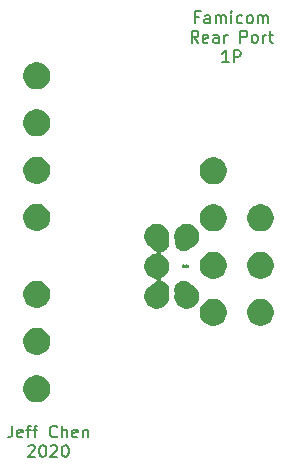
<source format=gts>
G04 #@! TF.GenerationSoftware,KiCad,Pcbnew,(5.1.5-0-10_14)*
G04 #@! TF.CreationDate,2020-11-03T15:19:47-05:00*
G04 #@! TF.ProjectId,FC_Rear_Port_1P,46435f52-6561-4725-9f50-6f72745f3150,rev?*
G04 #@! TF.SameCoordinates,Original*
G04 #@! TF.FileFunction,Soldermask,Top*
G04 #@! TF.FilePolarity,Negative*
%FSLAX46Y46*%
G04 Gerber Fmt 4.6, Leading zero omitted, Abs format (unit mm)*
G04 Created by KiCad (PCBNEW (5.1.5-0-10_14)) date 2020-11-03 15:19:47*
%MOMM*%
%LPD*%
G04 APERTURE LIST*
%ADD10C,0.150000*%
%ADD11C,0.100000*%
G04 APERTURE END LIST*
D10*
X143448471Y-114354860D02*
X143448471Y-115069146D01*
X143400852Y-115212003D01*
X143305614Y-115307241D01*
X143162757Y-115354860D01*
X143067519Y-115354860D01*
X144305614Y-115307241D02*
X144210376Y-115354860D01*
X144019900Y-115354860D01*
X143924661Y-115307241D01*
X143877042Y-115212003D01*
X143877042Y-114831051D01*
X143924661Y-114735813D01*
X144019900Y-114688194D01*
X144210376Y-114688194D01*
X144305614Y-114735813D01*
X144353233Y-114831051D01*
X144353233Y-114926289D01*
X143877042Y-115021527D01*
X144638947Y-114688194D02*
X145019900Y-114688194D01*
X144781804Y-115354860D02*
X144781804Y-114497718D01*
X144829423Y-114402480D01*
X144924661Y-114354860D01*
X145019900Y-114354860D01*
X145210376Y-114688194D02*
X145591328Y-114688194D01*
X145353233Y-115354860D02*
X145353233Y-114497718D01*
X145400852Y-114402480D01*
X145496090Y-114354860D01*
X145591328Y-114354860D01*
X147257995Y-115259622D02*
X147210376Y-115307241D01*
X147067519Y-115354860D01*
X146972280Y-115354860D01*
X146829423Y-115307241D01*
X146734185Y-115212003D01*
X146686566Y-115116765D01*
X146638947Y-114926289D01*
X146638947Y-114783432D01*
X146686566Y-114592956D01*
X146734185Y-114497718D01*
X146829423Y-114402480D01*
X146972280Y-114354860D01*
X147067519Y-114354860D01*
X147210376Y-114402480D01*
X147257995Y-114450099D01*
X147686566Y-115354860D02*
X147686566Y-114354860D01*
X148115138Y-115354860D02*
X148115138Y-114831051D01*
X148067519Y-114735813D01*
X147972280Y-114688194D01*
X147829423Y-114688194D01*
X147734185Y-114735813D01*
X147686566Y-114783432D01*
X148972280Y-115307241D02*
X148877042Y-115354860D01*
X148686566Y-115354860D01*
X148591328Y-115307241D01*
X148543709Y-115212003D01*
X148543709Y-114831051D01*
X148591328Y-114735813D01*
X148686566Y-114688194D01*
X148877042Y-114688194D01*
X148972280Y-114735813D01*
X149019900Y-114831051D01*
X149019900Y-114926289D01*
X148543709Y-115021527D01*
X149448471Y-114688194D02*
X149448471Y-115354860D01*
X149448471Y-114783432D02*
X149496090Y-114735813D01*
X149591328Y-114688194D01*
X149734185Y-114688194D01*
X149829423Y-114735813D01*
X149877042Y-114831051D01*
X149877042Y-115354860D01*
X144805614Y-116100099D02*
X144853233Y-116052480D01*
X144948471Y-116004860D01*
X145186566Y-116004860D01*
X145281804Y-116052480D01*
X145329423Y-116100099D01*
X145377042Y-116195337D01*
X145377042Y-116290575D01*
X145329423Y-116433432D01*
X144757995Y-117004860D01*
X145377042Y-117004860D01*
X145996090Y-116004860D02*
X146091328Y-116004860D01*
X146186566Y-116052480D01*
X146234185Y-116100099D01*
X146281804Y-116195337D01*
X146329423Y-116385813D01*
X146329423Y-116623908D01*
X146281804Y-116814384D01*
X146234185Y-116909622D01*
X146186566Y-116957241D01*
X146091328Y-117004860D01*
X145996090Y-117004860D01*
X145900852Y-116957241D01*
X145853233Y-116909622D01*
X145805614Y-116814384D01*
X145757995Y-116623908D01*
X145757995Y-116385813D01*
X145805614Y-116195337D01*
X145853233Y-116100099D01*
X145900852Y-116052480D01*
X145996090Y-116004860D01*
X146710376Y-116100099D02*
X146757995Y-116052480D01*
X146853233Y-116004860D01*
X147091328Y-116004860D01*
X147186566Y-116052480D01*
X147234185Y-116100099D01*
X147281804Y-116195337D01*
X147281804Y-116290575D01*
X147234185Y-116433432D01*
X146662757Y-117004860D01*
X147281804Y-117004860D01*
X147900852Y-116004860D02*
X147996090Y-116004860D01*
X148091328Y-116052480D01*
X148138947Y-116100099D01*
X148186566Y-116195337D01*
X148234185Y-116385813D01*
X148234185Y-116623908D01*
X148186566Y-116814384D01*
X148138947Y-116909622D01*
X148091328Y-116957241D01*
X147996090Y-117004860D01*
X147900852Y-117004860D01*
X147805614Y-116957241D01*
X147757995Y-116909622D01*
X147710376Y-116814384D01*
X147662757Y-116623908D01*
X147662757Y-116385813D01*
X147710376Y-116195337D01*
X147757995Y-116100099D01*
X147805614Y-116052480D01*
X147900852Y-116004860D01*
X159259615Y-79759231D02*
X158926281Y-79759231D01*
X158926281Y-80283040D02*
X158926281Y-79283040D01*
X159402472Y-79283040D01*
X160211996Y-80283040D02*
X160211996Y-79759231D01*
X160164377Y-79663993D01*
X160069139Y-79616374D01*
X159878662Y-79616374D01*
X159783424Y-79663993D01*
X160211996Y-80235421D02*
X160116758Y-80283040D01*
X159878662Y-80283040D01*
X159783424Y-80235421D01*
X159735805Y-80140183D01*
X159735805Y-80044945D01*
X159783424Y-79949707D01*
X159878662Y-79902088D01*
X160116758Y-79902088D01*
X160211996Y-79854469D01*
X160688186Y-80283040D02*
X160688186Y-79616374D01*
X160688186Y-79711612D02*
X160735805Y-79663993D01*
X160831043Y-79616374D01*
X160973900Y-79616374D01*
X161069139Y-79663993D01*
X161116758Y-79759231D01*
X161116758Y-80283040D01*
X161116758Y-79759231D02*
X161164377Y-79663993D01*
X161259615Y-79616374D01*
X161402472Y-79616374D01*
X161497710Y-79663993D01*
X161545329Y-79759231D01*
X161545329Y-80283040D01*
X162021520Y-80283040D02*
X162021520Y-79616374D01*
X162021520Y-79283040D02*
X161973900Y-79330660D01*
X162021520Y-79378279D01*
X162069139Y-79330660D01*
X162021520Y-79283040D01*
X162021520Y-79378279D01*
X162926281Y-80235421D02*
X162831043Y-80283040D01*
X162640567Y-80283040D01*
X162545329Y-80235421D01*
X162497710Y-80187802D01*
X162450091Y-80092564D01*
X162450091Y-79806850D01*
X162497710Y-79711612D01*
X162545329Y-79663993D01*
X162640567Y-79616374D01*
X162831043Y-79616374D01*
X162926281Y-79663993D01*
X163497710Y-80283040D02*
X163402472Y-80235421D01*
X163354853Y-80187802D01*
X163307234Y-80092564D01*
X163307234Y-79806850D01*
X163354853Y-79711612D01*
X163402472Y-79663993D01*
X163497710Y-79616374D01*
X163640567Y-79616374D01*
X163735805Y-79663993D01*
X163783424Y-79711612D01*
X163831043Y-79806850D01*
X163831043Y-80092564D01*
X163783424Y-80187802D01*
X163735805Y-80235421D01*
X163640567Y-80283040D01*
X163497710Y-80283040D01*
X164259615Y-80283040D02*
X164259615Y-79616374D01*
X164259615Y-79711612D02*
X164307234Y-79663993D01*
X164402472Y-79616374D01*
X164545329Y-79616374D01*
X164640567Y-79663993D01*
X164688186Y-79759231D01*
X164688186Y-80283040D01*
X164688186Y-79759231D02*
X164735805Y-79663993D01*
X164831043Y-79616374D01*
X164973900Y-79616374D01*
X165069139Y-79663993D01*
X165116758Y-79759231D01*
X165116758Y-80283040D01*
X159211996Y-81933040D02*
X158878662Y-81456850D01*
X158640567Y-81933040D02*
X158640567Y-80933040D01*
X159021520Y-80933040D01*
X159116758Y-80980660D01*
X159164377Y-81028279D01*
X159211996Y-81123517D01*
X159211996Y-81266374D01*
X159164377Y-81361612D01*
X159116758Y-81409231D01*
X159021520Y-81456850D01*
X158640567Y-81456850D01*
X160021520Y-81885421D02*
X159926281Y-81933040D01*
X159735805Y-81933040D01*
X159640567Y-81885421D01*
X159592948Y-81790183D01*
X159592948Y-81409231D01*
X159640567Y-81313993D01*
X159735805Y-81266374D01*
X159926281Y-81266374D01*
X160021520Y-81313993D01*
X160069139Y-81409231D01*
X160069139Y-81504469D01*
X159592948Y-81599707D01*
X160926281Y-81933040D02*
X160926281Y-81409231D01*
X160878662Y-81313993D01*
X160783424Y-81266374D01*
X160592948Y-81266374D01*
X160497710Y-81313993D01*
X160926281Y-81885421D02*
X160831043Y-81933040D01*
X160592948Y-81933040D01*
X160497710Y-81885421D01*
X160450091Y-81790183D01*
X160450091Y-81694945D01*
X160497710Y-81599707D01*
X160592948Y-81552088D01*
X160831043Y-81552088D01*
X160926281Y-81504469D01*
X161402472Y-81933040D02*
X161402472Y-81266374D01*
X161402472Y-81456850D02*
X161450091Y-81361612D01*
X161497710Y-81313993D01*
X161592948Y-81266374D01*
X161688186Y-81266374D01*
X162783424Y-81933040D02*
X162783424Y-80933040D01*
X163164377Y-80933040D01*
X163259615Y-80980660D01*
X163307234Y-81028279D01*
X163354853Y-81123517D01*
X163354853Y-81266374D01*
X163307234Y-81361612D01*
X163259615Y-81409231D01*
X163164377Y-81456850D01*
X162783424Y-81456850D01*
X163926281Y-81933040D02*
X163831043Y-81885421D01*
X163783424Y-81837802D01*
X163735805Y-81742564D01*
X163735805Y-81456850D01*
X163783424Y-81361612D01*
X163831043Y-81313993D01*
X163926281Y-81266374D01*
X164069139Y-81266374D01*
X164164377Y-81313993D01*
X164211996Y-81361612D01*
X164259615Y-81456850D01*
X164259615Y-81742564D01*
X164211996Y-81837802D01*
X164164377Y-81885421D01*
X164069139Y-81933040D01*
X163926281Y-81933040D01*
X164688186Y-81933040D02*
X164688186Y-81266374D01*
X164688186Y-81456850D02*
X164735805Y-81361612D01*
X164783424Y-81313993D01*
X164878662Y-81266374D01*
X164973900Y-81266374D01*
X165164377Y-81266374D02*
X165545329Y-81266374D01*
X165307234Y-80933040D02*
X165307234Y-81790183D01*
X165354853Y-81885421D01*
X165450091Y-81933040D01*
X165545329Y-81933040D01*
X161807234Y-83583040D02*
X161235805Y-83583040D01*
X161521520Y-83583040D02*
X161521520Y-82583040D01*
X161426281Y-82725898D01*
X161331043Y-82821136D01*
X161235805Y-82868755D01*
X162235805Y-83583040D02*
X162235805Y-82583040D01*
X162616758Y-82583040D01*
X162711996Y-82630660D01*
X162759615Y-82678279D01*
X162807234Y-82773517D01*
X162807234Y-82916374D01*
X162759615Y-83011612D01*
X162711996Y-83059231D01*
X162616758Y-83106850D01*
X162235805Y-83106850D01*
D11*
G36*
X145872817Y-110122847D02*
G01*
X146080465Y-110208858D01*
X146267345Y-110333727D01*
X146426273Y-110492655D01*
X146551142Y-110679535D01*
X146637153Y-110887183D01*
X146681000Y-111107620D01*
X146681000Y-111332380D01*
X146637153Y-111552817D01*
X146551142Y-111760465D01*
X146426273Y-111947345D01*
X146267345Y-112106273D01*
X146080465Y-112231142D01*
X145872817Y-112317153D01*
X145652380Y-112361000D01*
X145427620Y-112361000D01*
X145207183Y-112317153D01*
X144999535Y-112231142D01*
X144812655Y-112106273D01*
X144653727Y-111947345D01*
X144528858Y-111760465D01*
X144442847Y-111552817D01*
X144399000Y-111332380D01*
X144399000Y-111107620D01*
X144442847Y-110887183D01*
X144528858Y-110679535D01*
X144653727Y-110492655D01*
X144812655Y-110333727D01*
X144999535Y-110208858D01*
X145207183Y-110122847D01*
X145427620Y-110079000D01*
X145652380Y-110079000D01*
X145872817Y-110122847D01*
G37*
G36*
X145872817Y-106122847D02*
G01*
X146080465Y-106208858D01*
X146267345Y-106333727D01*
X146426273Y-106492655D01*
X146551142Y-106679535D01*
X146637153Y-106887183D01*
X146681000Y-107107620D01*
X146681000Y-107332380D01*
X146637153Y-107552817D01*
X146551142Y-107760465D01*
X146426273Y-107947345D01*
X146267345Y-108106273D01*
X146080465Y-108231142D01*
X145872817Y-108317153D01*
X145652380Y-108361000D01*
X145427620Y-108361000D01*
X145207183Y-108317153D01*
X144999535Y-108231142D01*
X144812655Y-108106273D01*
X144653727Y-107947345D01*
X144528858Y-107760465D01*
X144442847Y-107552817D01*
X144399000Y-107332380D01*
X144399000Y-107107620D01*
X144442847Y-106887183D01*
X144528858Y-106679535D01*
X144653727Y-106492655D01*
X144812655Y-106333727D01*
X144999535Y-106208858D01*
X145207183Y-106122847D01*
X145427620Y-106079000D01*
X145652380Y-106079000D01*
X145872817Y-106122847D01*
G37*
G36*
X164812817Y-103672847D02*
G01*
X165020465Y-103758858D01*
X165207345Y-103883727D01*
X165366273Y-104042655D01*
X165491142Y-104229535D01*
X165577153Y-104437183D01*
X165621000Y-104657620D01*
X165621000Y-104882380D01*
X165577153Y-105102817D01*
X165491142Y-105310465D01*
X165366273Y-105497345D01*
X165207345Y-105656273D01*
X165020465Y-105781142D01*
X164812817Y-105867153D01*
X164592380Y-105911000D01*
X164367620Y-105911000D01*
X164147183Y-105867153D01*
X163939535Y-105781142D01*
X163752655Y-105656273D01*
X163593727Y-105497345D01*
X163468858Y-105310465D01*
X163382847Y-105102817D01*
X163339000Y-104882380D01*
X163339000Y-104657620D01*
X163382847Y-104437183D01*
X163468858Y-104229535D01*
X163593727Y-104042655D01*
X163752655Y-103883727D01*
X163939535Y-103758858D01*
X164147183Y-103672847D01*
X164367620Y-103629000D01*
X164592380Y-103629000D01*
X164812817Y-103672847D01*
G37*
G36*
X160812817Y-103672847D02*
G01*
X161020465Y-103758858D01*
X161207345Y-103883727D01*
X161366273Y-104042655D01*
X161491142Y-104229535D01*
X161577153Y-104437183D01*
X161621000Y-104657620D01*
X161621000Y-104882380D01*
X161577153Y-105102817D01*
X161491142Y-105310465D01*
X161366273Y-105497345D01*
X161207345Y-105656273D01*
X161020465Y-105781142D01*
X160812817Y-105867153D01*
X160592380Y-105911000D01*
X160367620Y-105911000D01*
X160147183Y-105867153D01*
X159939535Y-105781142D01*
X159752655Y-105656273D01*
X159593727Y-105497345D01*
X159468858Y-105310465D01*
X159382847Y-105102817D01*
X159339000Y-104882380D01*
X159339000Y-104657620D01*
X159382847Y-104437183D01*
X159468858Y-104229535D01*
X159593727Y-104042655D01*
X159752655Y-103883727D01*
X159939535Y-103758858D01*
X160147183Y-103672847D01*
X160367620Y-103629000D01*
X160592380Y-103629000D01*
X160812817Y-103672847D01*
G37*
G36*
X158203642Y-102099781D02*
G01*
X158338130Y-102155488D01*
X158349416Y-102160163D01*
X158480608Y-102247822D01*
X158592178Y-102359392D01*
X158618904Y-102399390D01*
X158625519Y-102409291D01*
X158641064Y-102428233D01*
X158660006Y-102443778D01*
X158681618Y-102455330D01*
X158737832Y-102478614D01*
X158737835Y-102478616D01*
X158909973Y-102593635D01*
X159056365Y-102740027D01*
X159154692Y-102887183D01*
X159171385Y-102912167D01*
X159250611Y-103103436D01*
X159291000Y-103306484D01*
X159291000Y-103513516D01*
X159250611Y-103716564D01*
X159232426Y-103760466D01*
X159171384Y-103907835D01*
X159056365Y-104079973D01*
X158909973Y-104226365D01*
X158737835Y-104341384D01*
X158737834Y-104341385D01*
X158737833Y-104341385D01*
X158546564Y-104420611D01*
X158343516Y-104461000D01*
X158136484Y-104461000D01*
X157933436Y-104420611D01*
X157742167Y-104341385D01*
X157742166Y-104341385D01*
X157742165Y-104341384D01*
X157570027Y-104226365D01*
X157423635Y-104079973D01*
X157308616Y-103907835D01*
X157247574Y-103760466D01*
X157229389Y-103716564D01*
X157189000Y-103513516D01*
X157189000Y-103306484D01*
X157212358Y-103189055D01*
X157214760Y-103164669D01*
X157212358Y-103140283D01*
X157205245Y-103116835D01*
X157199782Y-103103645D01*
X157169000Y-102948893D01*
X157169000Y-102791107D01*
X157199781Y-102636358D01*
X157260162Y-102490586D01*
X157301824Y-102428234D01*
X157347822Y-102359392D01*
X157459392Y-102247822D01*
X157590584Y-102160163D01*
X157601870Y-102155488D01*
X157736358Y-102099781D01*
X157891107Y-102069000D01*
X158048893Y-102069000D01*
X158203642Y-102099781D01*
G37*
G36*
X156006564Y-97319389D02*
G01*
X156197833Y-97398615D01*
X156197835Y-97398616D01*
X156369973Y-97513635D01*
X156516365Y-97660027D01*
X156621353Y-97817152D01*
X156631385Y-97832167D01*
X156710611Y-98023436D01*
X156751000Y-98226484D01*
X156751000Y-98433516D01*
X156727642Y-98550945D01*
X156725240Y-98575331D01*
X156727642Y-98599717D01*
X156734755Y-98623165D01*
X156740218Y-98636355D01*
X156771000Y-98791107D01*
X156771000Y-98948893D01*
X156740219Y-99103642D01*
X156699457Y-99202049D01*
X156679837Y-99249416D01*
X156592178Y-99380608D01*
X156480608Y-99492178D01*
X156349416Y-99579837D01*
X156349415Y-99579838D01*
X156349414Y-99579838D01*
X156203642Y-99640219D01*
X156117186Y-99657416D01*
X156093737Y-99664529D01*
X156072127Y-99676080D01*
X156053185Y-99691625D01*
X156037639Y-99710567D01*
X156026088Y-99732178D01*
X156018975Y-99755627D01*
X156016573Y-99780013D01*
X156018975Y-99804399D01*
X156026088Y-99827848D01*
X156037639Y-99849458D01*
X156053184Y-99868400D01*
X156072126Y-99883946D01*
X156093737Y-99895497D01*
X156197833Y-99938615D01*
X156197835Y-99938616D01*
X156353540Y-100042655D01*
X156369973Y-100053635D01*
X156516365Y-100200027D01*
X156631385Y-100372167D01*
X156714239Y-100572195D01*
X156715874Y-100577584D01*
X156740219Y-100636358D01*
X156771000Y-100791107D01*
X156771000Y-100948893D01*
X156740219Y-101103642D01*
X156715874Y-101162416D01*
X156714239Y-101167805D01*
X156655147Y-101310466D01*
X156631384Y-101367835D01*
X156516365Y-101539973D01*
X156369973Y-101686365D01*
X156197835Y-101801384D01*
X156197834Y-101801385D01*
X156197833Y-101801385D01*
X156093737Y-101844503D01*
X156072126Y-101856054D01*
X156053184Y-101871599D01*
X156037639Y-101890541D01*
X156026088Y-101912152D01*
X156018975Y-101935601D01*
X156016573Y-101959987D01*
X156018975Y-101984373D01*
X156026088Y-102007822D01*
X156037639Y-102029433D01*
X156053184Y-102048375D01*
X156072126Y-102063920D01*
X156093737Y-102075471D01*
X156117186Y-102082584D01*
X156203642Y-102099781D01*
X156338130Y-102155488D01*
X156349416Y-102160163D01*
X156480608Y-102247822D01*
X156592178Y-102359392D01*
X156638176Y-102428234D01*
X156679838Y-102490586D01*
X156740219Y-102636358D01*
X156771000Y-102791107D01*
X156771000Y-102948893D01*
X156740218Y-103103645D01*
X156734755Y-103116835D01*
X156727642Y-103140284D01*
X156725240Y-103164670D01*
X156727642Y-103189055D01*
X156751000Y-103306484D01*
X156751000Y-103513516D01*
X156710611Y-103716564D01*
X156692426Y-103760466D01*
X156631384Y-103907835D01*
X156516365Y-104079973D01*
X156369973Y-104226365D01*
X156197835Y-104341384D01*
X156197834Y-104341385D01*
X156197833Y-104341385D01*
X156006564Y-104420611D01*
X155803516Y-104461000D01*
X155596484Y-104461000D01*
X155393436Y-104420611D01*
X155202167Y-104341385D01*
X155202166Y-104341385D01*
X155202165Y-104341384D01*
X155030027Y-104226365D01*
X154883635Y-104079973D01*
X154768616Y-103907835D01*
X154707574Y-103760466D01*
X154689389Y-103716564D01*
X154649000Y-103513516D01*
X154649000Y-103306484D01*
X154689389Y-103103436D01*
X154768615Y-102912167D01*
X154785309Y-102887183D01*
X154883635Y-102740027D01*
X155030027Y-102593635D01*
X155202165Y-102478616D01*
X155202168Y-102478614D01*
X155258382Y-102455330D01*
X155279993Y-102443779D01*
X155298935Y-102428234D01*
X155314481Y-102409291D01*
X155321097Y-102399390D01*
X155347822Y-102359392D01*
X155459392Y-102247822D01*
X155590584Y-102160163D01*
X155590585Y-102160162D01*
X155601870Y-102155488D01*
X155623480Y-102143937D01*
X155642422Y-102128392D01*
X155657968Y-102109450D01*
X155669519Y-102087839D01*
X155676632Y-102064390D01*
X155679034Y-102040004D01*
X155676632Y-102015618D01*
X155669519Y-101992169D01*
X155657968Y-101970559D01*
X155642423Y-101951617D01*
X155623481Y-101936071D01*
X155601870Y-101924520D01*
X155578421Y-101917407D01*
X155393436Y-101880611D01*
X155202167Y-101801385D01*
X155202166Y-101801385D01*
X155202165Y-101801384D01*
X155030027Y-101686365D01*
X154883635Y-101539973D01*
X154768616Y-101367835D01*
X154744853Y-101310466D01*
X154689389Y-101176564D01*
X154649000Y-100973516D01*
X154649000Y-100766484D01*
X154689389Y-100563436D01*
X154768615Y-100372167D01*
X154883635Y-100200027D01*
X155030027Y-100053635D01*
X155046460Y-100042655D01*
X155202165Y-99938616D01*
X155202167Y-99938615D01*
X155393436Y-99859389D01*
X155578421Y-99822593D01*
X155601870Y-99815480D01*
X155623481Y-99803929D01*
X155642423Y-99788384D01*
X155657968Y-99769442D01*
X155669519Y-99747831D01*
X155676632Y-99724382D01*
X155679034Y-99699996D01*
X155676632Y-99675610D01*
X155669519Y-99652161D01*
X155657968Y-99630550D01*
X155642423Y-99611608D01*
X155623481Y-99596063D01*
X155601870Y-99584512D01*
X155590585Y-99579838D01*
X155537041Y-99544061D01*
X155459392Y-99492178D01*
X155347822Y-99380608D01*
X155314480Y-99330708D01*
X155298936Y-99311767D01*
X155279994Y-99296222D01*
X155258382Y-99284670D01*
X155202168Y-99261386D01*
X155030027Y-99146365D01*
X154883635Y-98999973D01*
X154768616Y-98827835D01*
X154757483Y-98800958D01*
X154689389Y-98636564D01*
X154649000Y-98433516D01*
X154649000Y-98226484D01*
X154689389Y-98023436D01*
X154768615Y-97832167D01*
X154778648Y-97817152D01*
X154883635Y-97660027D01*
X155030027Y-97513635D01*
X155202165Y-97398616D01*
X155202167Y-97398615D01*
X155393436Y-97319389D01*
X155596484Y-97279000D01*
X155803516Y-97279000D01*
X156006564Y-97319389D01*
G37*
G36*
X145872817Y-102122847D02*
G01*
X146080465Y-102208858D01*
X146267345Y-102333727D01*
X146426273Y-102492655D01*
X146551142Y-102679535D01*
X146637153Y-102887183D01*
X146681000Y-103107620D01*
X146681000Y-103332380D01*
X146637153Y-103552817D01*
X146551142Y-103760465D01*
X146426273Y-103947345D01*
X146267345Y-104106273D01*
X146080465Y-104231142D01*
X145872817Y-104317153D01*
X145652380Y-104361000D01*
X145427620Y-104361000D01*
X145207183Y-104317153D01*
X144999535Y-104231142D01*
X144812655Y-104106273D01*
X144653727Y-103947345D01*
X144528858Y-103760465D01*
X144442847Y-103552817D01*
X144399000Y-103332380D01*
X144399000Y-103107620D01*
X144442847Y-102887183D01*
X144528858Y-102679535D01*
X144653727Y-102492655D01*
X144812655Y-102333727D01*
X144999535Y-102208858D01*
X145207183Y-102122847D01*
X145427620Y-102079000D01*
X145652380Y-102079000D01*
X145872817Y-102122847D01*
G37*
G36*
X164812817Y-99672847D02*
G01*
X165020465Y-99758858D01*
X165207345Y-99883727D01*
X165366273Y-100042655D01*
X165491142Y-100229535D01*
X165577153Y-100437183D01*
X165621000Y-100657620D01*
X165621000Y-100882380D01*
X165577153Y-101102817D01*
X165491142Y-101310465D01*
X165366273Y-101497345D01*
X165207345Y-101656273D01*
X165020465Y-101781142D01*
X164812817Y-101867153D01*
X164592380Y-101911000D01*
X164367620Y-101911000D01*
X164147183Y-101867153D01*
X163939535Y-101781142D01*
X163752655Y-101656273D01*
X163593727Y-101497345D01*
X163468858Y-101310465D01*
X163382847Y-101102817D01*
X163339000Y-100882380D01*
X163339000Y-100657620D01*
X163382847Y-100437183D01*
X163468858Y-100229535D01*
X163593727Y-100042655D01*
X163752655Y-99883727D01*
X163939535Y-99758858D01*
X164147183Y-99672847D01*
X164367620Y-99629000D01*
X164592380Y-99629000D01*
X164812817Y-99672847D01*
G37*
G36*
X160812817Y-99672847D02*
G01*
X161020465Y-99758858D01*
X161207345Y-99883727D01*
X161366273Y-100042655D01*
X161491142Y-100229535D01*
X161577153Y-100437183D01*
X161621000Y-100657620D01*
X161621000Y-100882380D01*
X161577153Y-101102817D01*
X161491142Y-101310465D01*
X161366273Y-101497345D01*
X161207345Y-101656273D01*
X161020465Y-101781142D01*
X160812817Y-101867153D01*
X160592380Y-101911000D01*
X160367620Y-101911000D01*
X160147183Y-101867153D01*
X159939535Y-101781142D01*
X159752655Y-101656273D01*
X159593727Y-101497345D01*
X159468858Y-101310465D01*
X159382847Y-101102817D01*
X159339000Y-100882380D01*
X159339000Y-100657620D01*
X159382847Y-100437183D01*
X159468858Y-100229535D01*
X159593727Y-100042655D01*
X159752655Y-99883727D01*
X159939535Y-99758858D01*
X160147183Y-99672847D01*
X160367620Y-99629000D01*
X160592380Y-99629000D01*
X160812817Y-99672847D01*
G37*
G36*
X158021337Y-100700763D02*
G01*
X158053367Y-100714030D01*
X158053376Y-100714036D01*
X158057164Y-100715605D01*
X158080613Y-100722718D01*
X158104999Y-100725120D01*
X158129385Y-100722718D01*
X158152836Y-100715605D01*
X158156624Y-100714036D01*
X158156633Y-100714030D01*
X158188663Y-100700763D01*
X158222665Y-100694000D01*
X158257335Y-100694000D01*
X158291337Y-100700763D01*
X158323367Y-100714030D01*
X158352194Y-100733292D01*
X158376708Y-100757806D01*
X158395970Y-100786633D01*
X158409237Y-100818663D01*
X158416000Y-100852665D01*
X158416000Y-100887335D01*
X158409237Y-100921337D01*
X158395970Y-100953367D01*
X158376708Y-100982194D01*
X158352194Y-101006708D01*
X158323367Y-101025970D01*
X158291337Y-101039237D01*
X158257335Y-101046000D01*
X158222665Y-101046000D01*
X158188663Y-101039237D01*
X158156633Y-101025970D01*
X158156624Y-101025964D01*
X158152836Y-101024395D01*
X158129387Y-101017282D01*
X158105001Y-101014880D01*
X158080615Y-101017282D01*
X158057164Y-101024395D01*
X158053376Y-101025964D01*
X158053367Y-101025970D01*
X158021337Y-101039237D01*
X157987335Y-101046000D01*
X157952665Y-101046000D01*
X157918663Y-101039237D01*
X157886633Y-101025970D01*
X157857806Y-101006708D01*
X157833292Y-100982194D01*
X157814030Y-100953367D01*
X157800763Y-100921337D01*
X157794000Y-100887335D01*
X157794000Y-100852665D01*
X157800763Y-100818663D01*
X157814030Y-100786633D01*
X157833292Y-100757806D01*
X157857806Y-100733292D01*
X157886633Y-100714030D01*
X157918663Y-100700763D01*
X157952665Y-100694000D01*
X157987335Y-100694000D01*
X158021337Y-100700763D01*
G37*
G36*
X158546564Y-97319389D02*
G01*
X158737833Y-97398615D01*
X158737835Y-97398616D01*
X158909973Y-97513635D01*
X159056365Y-97660027D01*
X159161353Y-97817152D01*
X159171385Y-97832167D01*
X159250611Y-98023436D01*
X159291000Y-98226484D01*
X159291000Y-98433516D01*
X159250611Y-98636564D01*
X159182517Y-98800958D01*
X159171384Y-98827835D01*
X159056365Y-98999973D01*
X158909973Y-99146365D01*
X158737835Y-99261384D01*
X158737834Y-99261385D01*
X158737833Y-99261385D01*
X158546564Y-99340611D01*
X158514087Y-99347071D01*
X158490638Y-99354184D01*
X158469027Y-99365735D01*
X158450084Y-99381280D01*
X158416859Y-99414505D01*
X158302049Y-99491218D01*
X158174473Y-99544062D01*
X158039044Y-99571000D01*
X157900956Y-99571000D01*
X157765527Y-99544062D01*
X157637951Y-99491218D01*
X157523141Y-99414505D01*
X157425495Y-99316859D01*
X157348782Y-99202049D01*
X157295938Y-99074473D01*
X157269000Y-98939044D01*
X157269000Y-98800958D01*
X157270843Y-98791693D01*
X157273245Y-98767307D01*
X157270843Y-98742921D01*
X157263730Y-98719471D01*
X157229389Y-98636564D01*
X157189000Y-98433516D01*
X157189000Y-98226484D01*
X157229389Y-98023436D01*
X157308615Y-97832167D01*
X157318648Y-97817152D01*
X157423635Y-97660027D01*
X157570027Y-97513635D01*
X157742165Y-97398616D01*
X157742167Y-97398615D01*
X157933436Y-97319389D01*
X158136484Y-97279000D01*
X158343516Y-97279000D01*
X158546564Y-97319389D01*
G37*
G36*
X164812817Y-95672847D02*
G01*
X165020465Y-95758858D01*
X165207345Y-95883727D01*
X165366273Y-96042655D01*
X165491142Y-96229535D01*
X165577153Y-96437183D01*
X165621000Y-96657620D01*
X165621000Y-96882380D01*
X165577153Y-97102817D01*
X165491142Y-97310465D01*
X165366273Y-97497345D01*
X165207345Y-97656273D01*
X165020465Y-97781142D01*
X164812817Y-97867153D01*
X164592380Y-97911000D01*
X164367620Y-97911000D01*
X164147183Y-97867153D01*
X163939535Y-97781142D01*
X163752655Y-97656273D01*
X163593727Y-97497345D01*
X163468858Y-97310465D01*
X163382847Y-97102817D01*
X163339000Y-96882380D01*
X163339000Y-96657620D01*
X163382847Y-96437183D01*
X163468858Y-96229535D01*
X163593727Y-96042655D01*
X163752655Y-95883727D01*
X163939535Y-95758858D01*
X164147183Y-95672847D01*
X164367620Y-95629000D01*
X164592380Y-95629000D01*
X164812817Y-95672847D01*
G37*
G36*
X160812817Y-95672847D02*
G01*
X161020465Y-95758858D01*
X161207345Y-95883727D01*
X161366273Y-96042655D01*
X161491142Y-96229535D01*
X161577153Y-96437183D01*
X161621000Y-96657620D01*
X161621000Y-96882380D01*
X161577153Y-97102817D01*
X161491142Y-97310465D01*
X161366273Y-97497345D01*
X161207345Y-97656273D01*
X161020465Y-97781142D01*
X160812817Y-97867153D01*
X160592380Y-97911000D01*
X160367620Y-97911000D01*
X160147183Y-97867153D01*
X159939535Y-97781142D01*
X159752655Y-97656273D01*
X159593727Y-97497345D01*
X159468858Y-97310465D01*
X159382847Y-97102817D01*
X159339000Y-96882380D01*
X159339000Y-96657620D01*
X159382847Y-96437183D01*
X159468858Y-96229535D01*
X159593727Y-96042655D01*
X159752655Y-95883727D01*
X159939535Y-95758858D01*
X160147183Y-95672847D01*
X160367620Y-95629000D01*
X160592380Y-95629000D01*
X160812817Y-95672847D01*
G37*
G36*
X145872817Y-95622847D02*
G01*
X146080465Y-95708858D01*
X146267345Y-95833727D01*
X146426273Y-95992655D01*
X146551142Y-96179535D01*
X146637153Y-96387183D01*
X146681000Y-96607620D01*
X146681000Y-96832380D01*
X146637153Y-97052817D01*
X146551142Y-97260465D01*
X146426273Y-97447345D01*
X146267345Y-97606273D01*
X146080465Y-97731142D01*
X145872817Y-97817153D01*
X145652380Y-97861000D01*
X145427620Y-97861000D01*
X145207183Y-97817153D01*
X144999535Y-97731142D01*
X144812655Y-97606273D01*
X144653727Y-97447345D01*
X144528858Y-97260465D01*
X144442847Y-97052817D01*
X144399000Y-96832380D01*
X144399000Y-96607620D01*
X144442847Y-96387183D01*
X144528858Y-96179535D01*
X144653727Y-95992655D01*
X144812655Y-95833727D01*
X144999535Y-95708858D01*
X145207183Y-95622847D01*
X145427620Y-95579000D01*
X145652380Y-95579000D01*
X145872817Y-95622847D01*
G37*
G36*
X160812817Y-91672847D02*
G01*
X161020465Y-91758858D01*
X161207345Y-91883727D01*
X161366273Y-92042655D01*
X161491142Y-92229535D01*
X161577153Y-92437183D01*
X161621000Y-92657620D01*
X161621000Y-92882380D01*
X161577153Y-93102817D01*
X161491142Y-93310465D01*
X161366273Y-93497345D01*
X161207345Y-93656273D01*
X161020465Y-93781142D01*
X160812817Y-93867153D01*
X160592380Y-93911000D01*
X160367620Y-93911000D01*
X160147183Y-93867153D01*
X159939535Y-93781142D01*
X159752655Y-93656273D01*
X159593727Y-93497345D01*
X159468858Y-93310465D01*
X159382847Y-93102817D01*
X159339000Y-92882380D01*
X159339000Y-92657620D01*
X159382847Y-92437183D01*
X159468858Y-92229535D01*
X159593727Y-92042655D01*
X159752655Y-91883727D01*
X159939535Y-91758858D01*
X160147183Y-91672847D01*
X160367620Y-91629000D01*
X160592380Y-91629000D01*
X160812817Y-91672847D01*
G37*
G36*
X145872817Y-91622847D02*
G01*
X146080465Y-91708858D01*
X146267345Y-91833727D01*
X146426273Y-91992655D01*
X146551142Y-92179535D01*
X146637153Y-92387183D01*
X146681000Y-92607620D01*
X146681000Y-92832380D01*
X146637153Y-93052817D01*
X146551142Y-93260465D01*
X146426273Y-93447345D01*
X146267345Y-93606273D01*
X146080465Y-93731142D01*
X145872817Y-93817153D01*
X145652380Y-93861000D01*
X145427620Y-93861000D01*
X145207183Y-93817153D01*
X144999535Y-93731142D01*
X144812655Y-93606273D01*
X144653727Y-93447345D01*
X144528858Y-93260465D01*
X144442847Y-93052817D01*
X144399000Y-92832380D01*
X144399000Y-92607620D01*
X144442847Y-92387183D01*
X144528858Y-92179535D01*
X144653727Y-91992655D01*
X144812655Y-91833727D01*
X144999535Y-91708858D01*
X145207183Y-91622847D01*
X145427620Y-91579000D01*
X145652380Y-91579000D01*
X145872817Y-91622847D01*
G37*
G36*
X145872817Y-87622847D02*
G01*
X146080465Y-87708858D01*
X146267345Y-87833727D01*
X146426273Y-87992655D01*
X146551142Y-88179535D01*
X146637153Y-88387183D01*
X146681000Y-88607620D01*
X146681000Y-88832380D01*
X146637153Y-89052817D01*
X146551142Y-89260465D01*
X146426273Y-89447345D01*
X146267345Y-89606273D01*
X146080465Y-89731142D01*
X145872817Y-89817153D01*
X145652380Y-89861000D01*
X145427620Y-89861000D01*
X145207183Y-89817153D01*
X144999535Y-89731142D01*
X144812655Y-89606273D01*
X144653727Y-89447345D01*
X144528858Y-89260465D01*
X144442847Y-89052817D01*
X144399000Y-88832380D01*
X144399000Y-88607620D01*
X144442847Y-88387183D01*
X144528858Y-88179535D01*
X144653727Y-87992655D01*
X144812655Y-87833727D01*
X144999535Y-87708858D01*
X145207183Y-87622847D01*
X145427620Y-87579000D01*
X145652380Y-87579000D01*
X145872817Y-87622847D01*
G37*
G36*
X145872817Y-83622847D02*
G01*
X146080465Y-83708858D01*
X146267345Y-83833727D01*
X146426273Y-83992655D01*
X146551142Y-84179535D01*
X146637153Y-84387183D01*
X146681000Y-84607620D01*
X146681000Y-84832380D01*
X146637153Y-85052817D01*
X146551142Y-85260465D01*
X146426273Y-85447345D01*
X146267345Y-85606273D01*
X146080465Y-85731142D01*
X145872817Y-85817153D01*
X145652380Y-85861000D01*
X145427620Y-85861000D01*
X145207183Y-85817153D01*
X144999535Y-85731142D01*
X144812655Y-85606273D01*
X144653727Y-85447345D01*
X144528858Y-85260465D01*
X144442847Y-85052817D01*
X144399000Y-84832380D01*
X144399000Y-84607620D01*
X144442847Y-84387183D01*
X144528858Y-84179535D01*
X144653727Y-83992655D01*
X144812655Y-83833727D01*
X144999535Y-83708858D01*
X145207183Y-83622847D01*
X145427620Y-83579000D01*
X145652380Y-83579000D01*
X145872817Y-83622847D01*
G37*
M02*

</source>
